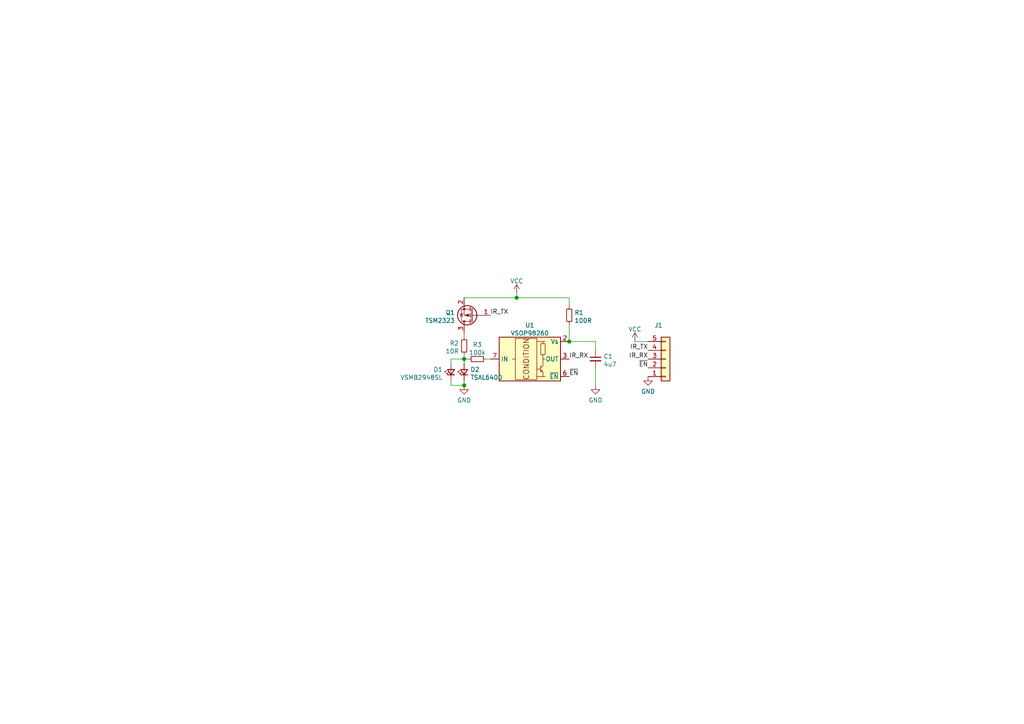
<source format=kicad_sch>
(kicad_sch (version 20210406) (generator eeschema)
  (paper "A4")
  (lib_symbols
    (symbol "Connector_Generic:Conn_01x05" (pin_names (offset 1.016) hide)
      (property "Reference" "J" (at 0 7.62 0))
      (property "Value" "Conn_01x05" (at 0 -7.62 0))
      (symbol "Conn_01x05_1_1"
        (rectangle (start -1.27 -4.953) (end 0 -5.207) (stroke (width 0.1524)))
        (rectangle (start -1.27 -2.413) (end 0 -2.667) (stroke (width 0.1524)))
        (rectangle (start -1.27 0.127) (end 0 -0.127) (stroke (width 0.1524)))
        (rectangle (start -1.27 2.667) (end 0 2.413) (stroke (width 0.1524)))
        (rectangle (start -1.27 5.207) (end 0 4.953) (stroke (width 0.1524)))
        (rectangle (start -1.27 6.35) (end 1.27 -6.35) (stroke (width 0.254)) (fill (type background)))
        (pin passive line (at -5.08 5.08 0) (length 3.81) (name "Pin_1") (number "1"))
        (pin passive line (at -5.08 2.54 0) (length 3.81) (name "Pin_2") (number "2"))
        (pin passive line (at -5.08 0 0) (length 3.81) (name "Pin_3") (number "3"))
        (pin passive line (at -5.08 -2.54 0) (length 3.81) (name "Pin_4") (number "4"))
        (pin passive line (at -5.08 -5.08 0) (length 3.81) (name "Pin_5") (number "5"))
      )
    )
    (symbol "Device:C_Small" (pin_numbers hide) (pin_names (offset 0.254) hide)
      (property "Reference" "C" (at 0.254 1.778 0))
      (property "Value" "C_Small" (at 0.254 -2.032 0))
      (symbol "C_Small_0_1"
        (polyline (pts (xy -1.524 -0.508) (xy 1.524 -0.508)) (stroke (width 0.3302)))
        (polyline (pts (xy -1.524 0.508) (xy 1.524 0.508)) (stroke (width 0.3048)))
      )
      (symbol "C_Small_1_1"
        (pin passive line (at 0 2.54 270) (length 2.032) (name "~") (number "1"))
        (pin passive line (at 0 -2.54 90) (length 2.032) (name "~") (number "2"))
      )
    )
    (symbol "Device:LED_Small" (pin_numbers hide) (pin_names (offset 0.254) hide)
      (property "Reference" "D" (at -1.27 3.175 0))
      (property "Value" "LED_Small" (at -4.445 -2.54 0))
      (symbol "LED_Small_0_1"
        (polyline (pts (xy -0.762 -1.016) (xy -0.762 1.016)) (stroke (width 0.254)))
        (polyline (pts (xy 1.016 0) (xy -0.762 0)))
        (polyline (pts (xy 0.762 -1.016) (xy -0.762 0) (xy 0.762 1.016) (xy 0.762 -1.016)) (stroke (width 0.254)))
        (polyline (pts (xy 0 0.762) (xy -0.508 1.27) (xy -0.254 1.27) (xy -0.508 1.27) (xy -0.508 1.016)))
        (polyline (pts (xy 0.508 1.27) (xy 0 1.778) (xy 0.254 1.778) (xy 0 1.778) (xy 0 1.524)))
      )
      (symbol "LED_Small_1_1"
        (pin passive line (at -2.54 0 0) (length 1.778) (name "K") (number "1"))
        (pin passive line (at 2.54 0 180) (length 1.778) (name "A") (number "2"))
      )
    )
    (symbol "Device:Q_PMOS_GSD" (pin_names (offset 0) hide)
      (property "Reference" "Q" (at 5.08 1.27 0))
      (property "Value" "Q_PMOS_GSD" (at 5.08 -1.27 0))
      (symbol "Q_PMOS_GSD_0_1"
        (circle (center 1.651 0) (radius 2.794) (stroke (width 0.254)))
        (circle (center 2.54 -1.778) (radius 0.254) (fill (type outline)))
        (circle (center 2.54 1.778) (radius 0.254) (fill (type outline)))
        (polyline (pts (xy 0.254 0) (xy -2.54 0)))
        (polyline (pts (xy 0.254 1.905) (xy 0.254 -1.905)) (stroke (width 0.254)))
        (polyline (pts (xy 0.762 -1.27) (xy 0.762 -2.286)) (stroke (width 0.254)))
        (polyline (pts (xy 0.762 0.508) (xy 0.762 -0.508)) (stroke (width 0.254)))
        (polyline (pts (xy 0.762 2.286) (xy 0.762 1.27)) (stroke (width 0.254)))
        (polyline (pts (xy 2.54 2.54) (xy 2.54 1.778)))
        (polyline (pts (xy 2.54 -2.54) (xy 2.54 0) (xy 0.762 0)))
        (polyline (pts (xy 0.762 1.778) (xy 3.302 1.778) (xy 3.302 -1.778) (xy 0.762 -1.778)))
        (polyline (pts (xy 2.794 -0.508) (xy 2.921 -0.381) (xy 3.683 -0.381) (xy 3.81 -0.254)))
        (polyline (pts (xy 3.302 -0.381) (xy 2.921 0.254) (xy 3.683 0.254) (xy 3.302 -0.381)))
        (polyline (pts (xy 2.286 0) (xy 1.27 0.381) (xy 1.27 -0.381) (xy 2.286 0)) (fill (type outline)))
      )
      (symbol "Q_PMOS_GSD_1_1"
        (pin input line (at -5.08 0 0) (length 2.54) (name "G") (number "1"))
        (pin passive line (at 2.54 -5.08 90) (length 2.54) (name "S") (number "2"))
        (pin passive line (at 2.54 5.08 270) (length 2.54) (name "D") (number "3"))
      )
    )
    (symbol "Device:R_Small" (pin_numbers hide) (pin_names (offset 0.254) hide)
      (property "Reference" "R" (at 0.762 0.508 0))
      (property "Value" "R_Small" (at 0.762 -1.016 0))
      (symbol "R_Small_0_1"
        (rectangle (start -0.762 1.778) (end 0.762 -1.778) (stroke (width 0.2032)))
      )
      (symbol "R_Small_1_1"
        (pin passive line (at 0 2.54 270) (length 0.762) (name "~") (number "1"))
        (pin passive line (at 0 -2.54 90) (length 0.762) (name "~") (number "2"))
      )
    )
    (symbol "power:GND" (power) (pin_names (offset 0))
      (property "Value" "GND" (at 0 -3.81 0))
      (symbol "GND_0_1"
        (polyline (pts (xy 0 0) (xy 0 -1.27) (xy 1.27 -1.27) (xy 0 -2.54) (xy -1.27 -1.27) (xy 0 -1.27)))
      )
      (symbol "GND_1_1"
        (pin power_in line (at 0 0 270) (length 0) hide (name "GND") (number "1"))
      )
    )
    (symbol "power:VCC" (power) (pin_names (offset 0))
      (property "Value" "VCC" (at 0 3.81 0))
      (symbol "VCC_0_1"
        (polyline (pts (xy -0.762 1.27) (xy 0 2.54)))
        (polyline (pts (xy 0 0) (xy 0 2.54)))
        (polyline (pts (xy 0 2.54) (xy 0.762 1.27)))
      )
      (symbol "VCC_1_1"
        (pin power_in line (at 0 0 90) (length 0) hide (name "VCC") (number "1"))
      )
    )
    (symbol "sym:VSOP98260"
      (property "Reference" "U" (at -8.255 7.62 0))
      (property "Value" "VSOP98260" (at -8.255 -7.62 0))
      (symbol "VSOP98260_0_0"
        (text "CONDITION" (at -1.016 0 900) (effects (font (size 1.524 1.524))))
        (polyline (pts (xy 3.81 -5.08) (xy 2.032 -5.08)))
        (polyline (pts (xy 3.81 5.08) (xy 2.032 5.08)))
      )
      (symbol "VSOP98260_0_1"
        (rectangle (start -4.191 5.969) (end 2.032 -5.969))
        (rectangle (start 4.445 1.27) (end 3.175 4.445))
        (rectangle (start -8.89 6.35) (end 8.89 -6.35) (stroke (width 0.254)) (fill (type background)))
        (polyline (pts (xy -5.08 0) (xy -4.191 0)))
        (polyline (pts (xy 3.175 -2.921) (xy 2.032 -2.921)))
        (polyline (pts (xy 3.175 -1.905) (xy 3.175 -3.81)))
        (polyline (pts (xy 3.302 -3.556) (xy 3.429 -3.556)))
        (polyline (pts (xy 3.556 -3.556) (xy 3.429 -3.556)))
        (polyline (pts (xy 3.556 -3.556) (xy 3.556 -3.302)))
        (polyline (pts (xy 3.81 0) (xy 3.81 1.27)))
        (polyline (pts (xy 3.81 4.445) (xy 3.81 5.08) (xy 4.445 5.08)))
        (polyline (pts (xy 3.175 -3.175) (xy 3.81 -3.81) (xy 3.81 -5.08) (xy 4.445 -5.08)))
        (polyline (pts (xy 3.175 -2.54) (xy 3.81 -1.905) (xy 3.81 0) (xy 4.445 0)))
      )
      (symbol "VSOP98260_1_1"
        (pin power_in line (at 11.43 5.08 180) (length 2.54) (name "Vs") (number "2"))
        (pin output line (at 11.43 0 180) (length 2.54) (name "OUT") (number "3"))
        (pin power_in line (at 11.43 -5.08 180) (length 2.54) (name "~EN") (number "6"))
        (pin input line (at -11.43 0 0) (length 2.54) (name "IN") (number "7"))
        (pin power_in line (at 11.43 -5.08 180) (length 2.54) hide (name "~EN") (number "8"))
        (pin power_in line (at 11.43 -5.08 180) (length 2.54) hide (name "~EN") (number "9"))
      )
    )
  )
  (junction (at 134.62 104.14) (diameter 1.016))
  (junction (at 134.62 111.76) (diameter 1.016))
  (junction (at 149.86 86.36) (diameter 1.016))
  (junction (at 165.1 99.06) (diameter 1.016))
  (wire (pts (xy 130.81 104.14) (xy 134.62 104.14)))
  (wire (pts (xy 130.81 105.41) (xy 130.81 104.14)))
  (wire (pts (xy 130.81 110.49) (xy 130.81 111.76)))
  (wire (pts (xy 130.81 111.76) (xy 134.62 111.76)))
  (wire (pts (xy 134.62 86.36) (xy 149.86 86.36)))
  (wire (pts (xy 134.62 96.52) (xy 134.62 97.79)))
  (wire (pts (xy 134.62 104.14) (xy 134.62 102.87)))
  (wire (pts (xy 134.62 104.14) (xy 134.62 105.41)))
  (wire (pts (xy 134.62 110.49) (xy 134.62 111.76)))
  (wire (pts (xy 135.89 104.14) (xy 134.62 104.14)))
  (wire (pts (xy 140.97 104.14) (xy 142.24 104.14)))
  (wire (pts (xy 149.86 85.09) (xy 149.86 86.36)))
  (wire (pts (xy 149.86 86.36) (xy 165.1 86.36)))
  (wire (pts (xy 165.1 86.36) (xy 165.1 88.9)))
  (wire (pts (xy 165.1 93.98) (xy 165.1 99.06)))
  (wire (pts (xy 165.1 99.06) (xy 172.72 99.06)))
  (wire (pts (xy 172.72 99.06) (xy 172.72 101.6)))
  (wire (pts (xy 172.72 106.68) (xy 172.72 111.76)))
  (wire (pts (xy 184.15 99.06) (xy 187.96 99.06)))
  (label "IR_TX" (at 142.24 91.44 0))
  (label "IR_RX" (at 165.1 104.14 0))
  (label "~EN" (at 165.1 109.22 0))
  (label "IR_TX" (at 187.96 101.6 180))
  (label "IR_RX" (at 187.96 104.14 180))
  (label "~EN" (at 187.96 106.68 180))
  (symbol (lib_id "power:VCC") (at 149.86 85.09 0) (unit 1)
    (property "Reference" "#PWR01" (effects hide))
    (property "Value" "VCC" (at 149.86 81.5426 0))
  )
  (symbol (lib_id "power:VCC") (at 184.15 99.06 0) (unit 1)
    (property "Reference" "#PWR0102" (effects hide))
    (property "Value" "VCC" (at 184.15 95.5126 0))
  )
  (symbol (lib_id "power:GND") (at 134.62 111.76 0) (unit 1)
    (property "Reference" "#PWR02" (effects hide))
    (property "Value" "GND" (at 134.62 116.0844 0))
  )
  (symbol (lib_id "power:GND") (at 172.72 111.76 0) (unit 1)
    (property "Reference" "#PWR03" (effects hide))
    (property "Value" "GND" (at 172.72 116.0844 0))
  )
  (symbol (lib_id "power:GND") (at 187.96 109.22 0) (unit 1)
    (property "Reference" "#PWR0101" (effects hide))
    (property "Value" "GND" (at 187.96 113.5444 0))
  )
  (symbol (lib_id "Device:R_Small") (at 134.62 100.33 180) (unit 1)
    (property "Reference" "R2" (at 133.1213 99.5691 0) (effects (justify left)))
    (property "Value" "10R" (at 133.1213 101.8678 0) (effects (justify left)))
    (property "Footprint" "0Footprints:RESC200X125X70L50" (effects hide))
  )
  (symbol (lib_id "Device:R_Small") (at 138.43 104.14 90) (unit 1)
    (property "Reference" "R3" (at 138.43 99.9702 90))
    (property "Value" "100k" (at 138.43 102.2689 90))
    (property "Footprint" "0Footprints:RESC160X85X55L30" (effects hide))
  )
  (symbol (lib_id "Device:R_Small") (at 165.1 91.44 180) (unit 1)
    (property "Reference" "R1" (at 166.5987 90.6791 0) (effects (justify right)))
    (property "Value" "100R" (at 166.5987 92.9778 0) (effects (justify right)))
    (property "Footprint" "0Footprints:RESC160X85X55L30" (effects hide))
  )
  (symbol (lib_id "Device:LED_Small") (at 130.81 107.95 90) (unit 1)
    (property "Reference" "D1" (at 128.3969 107.1891 90) (effects (justify left)))
    (property "Value" "VSMB2948SL" (at 128.3969 109.4878 90) (effects (justify left)))
    (property "Footprint" "0Footprints:VISHAY_VSMB2948SL" (effects hide))
  )
  (symbol (lib_id "Device:LED_Small") (at 134.62 107.95 90) (unit 1)
    (property "Reference" "D2" (at 136.3981 107.1891 90) (effects (justify right)))
    (property "Value" "TSAL6400" (at 136.3981 109.4878 90) (effects (justify right)))
    (property "Footprint" "LED_THT:LED_D5.0mm_Horizontal_O1.27mm_Z3.0mm_IRGrey" (effects hide))
  )
  (symbol (lib_id "Device:C_Small") (at 172.72 104.14 0) (unit 1)
    (property "Reference" "C1" (at 175.0442 103.3791 0) (effects (justify left)))
    (property "Value" "4u7" (at 175.0442 105.6778 0) (effects (justify left)))
    (property "Footprint" "0Footprints:CAPC160X80X90L30" (effects hide))
  )
  (symbol (lib_id "Connector_Generic:Conn_01x05") (at 193.04 104.14 0) (mirror x) (unit 1)
    (property "Reference" "J1" (at 191.008 94.3568 0))
    (property "Value" " " (at 191.008 96.6555 0))
    (property "Footprint" "Connector_PinHeader_2.54mm:PinHeader_1x05_P2.54mm_Vertical" (effects hide))
  )
  (symbol (lib_id "Device:Q_PMOS_GSD") (at 137.16 91.44 180) (unit 1)
    (property "Reference" "Q1" (at 131.953 90.6791 0) (effects (justify left)))
    (property "Value" " TSM2323" (at 131.953 92.9778 0) (effects (justify left)))
    (property "Footprint" "0Footprints:SOT23-3P95_237X112L50X40N" (effects hide))
  )
  (symbol (lib_id "sym:VSOP98260") (at 153.67 104.14 0) (unit 1)
    (property "Reference" "U1" (at 153.67 94.3568 0))
    (property "Value" "VSOP98260" (at 153.67 96.6555 0))
    (property "Footprint" "0Footprints:SON9P50_200X200X76L30X25T160X90N" (effects hide))
    (property "Datasheet" "https://www.vishay.com/docs/82447/vsop98260.pdf" (effects hide))
  )
)
</source>
